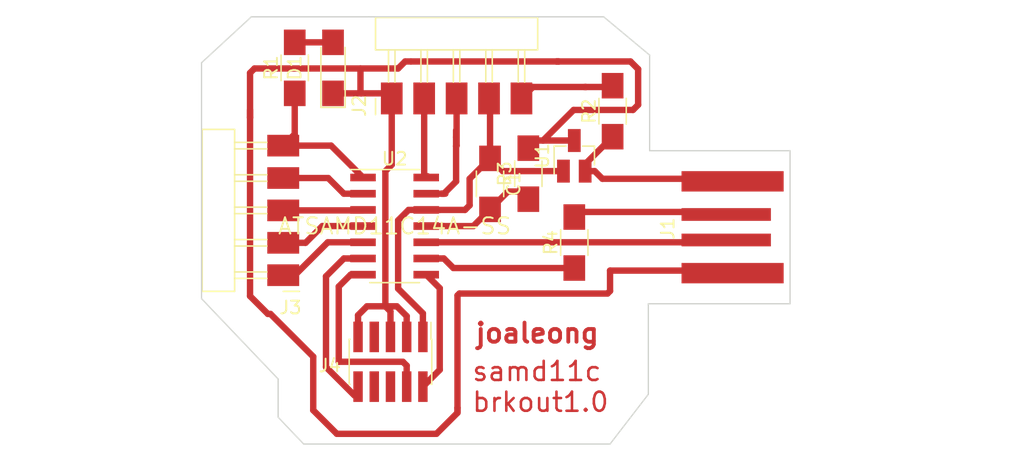
<source format=kicad_pcb>
(kicad_pcb (version 20171130) (host pcbnew "(5.1.10-1-10_14)")

  (general
    (thickness 1.6)
    (drawings 19)
    (tracks 127)
    (zones 0)
    (modules 12)
    (nets 20)
  )

  (page A4)
  (layers
    (0 F.Cu signal)
    (31 B.Cu signal)
    (32 B.Adhes user)
    (33 F.Adhes user)
    (34 B.Paste user)
    (35 F.Paste user)
    (36 B.SilkS user)
    (37 F.SilkS user)
    (38 B.Mask user)
    (39 F.Mask user)
    (40 Dwgs.User user)
    (41 Cmts.User user)
    (42 Eco1.User user)
    (43 Eco2.User user)
    (44 Edge.Cuts user)
    (45 Margin user)
    (46 B.CrtYd user)
    (47 F.CrtYd user)
    (48 B.Fab user)
    (49 F.Fab user)
  )

  (setup
    (last_trace_width 0.5)
    (trace_clearance 0.5)
    (zone_clearance 0.508)
    (zone_45_only no)
    (trace_min 0.2)
    (via_size 0.8)
    (via_drill 0.4)
    (via_min_size 0.4)
    (via_min_drill 0.3)
    (uvia_size 0.3)
    (uvia_drill 0.1)
    (uvias_allowed no)
    (uvia_min_size 0.2)
    (uvia_min_drill 0.1)
    (edge_width 0.1)
    (segment_width 0.2)
    (pcb_text_width 0.3)
    (pcb_text_size 1.5 1.5)
    (mod_edge_width 0.15)
    (mod_text_size 1 1)
    (mod_text_width 0.15)
    (pad_size 2.5 1.7)
    (pad_drill 0)
    (pad_to_mask_clearance 0)
    (aux_axis_origin 0 0)
    (visible_elements FFFFFF7F)
    (pcbplotparams
      (layerselection 0x010fc_ffffffff)
      (usegerberextensions false)
      (usegerberattributes true)
      (usegerberadvancedattributes true)
      (creategerberjobfile true)
      (excludeedgelayer true)
      (linewidth 0.100000)
      (plotframeref false)
      (viasonmask false)
      (mode 1)
      (useauxorigin false)
      (hpglpennumber 1)
      (hpglpenspeed 20)
      (hpglpendiameter 15.000000)
      (psnegative false)
      (psa4output false)
      (plotreference true)
      (plotvalue true)
      (plotinvisibletext false)
      (padsonsilk false)
      (subtractmaskfromsilk false)
      (outputformat 1)
      (mirror false)
      (drillshape 1)
      (scaleselection 1)
      (outputdirectory ""))
  )

  (net 0 "")
  (net 1 "Net-(C1-Pad1)")
  (net 2 GND)
  (net 3 "Net-(D1-Pad2)")
  (net 4 /D+)
  (net 5 /D-)
  (net 6 "Net-(J1-Pad1)")
  (net 7 "Net-(J3-Pad5)")
  (net 8 "Net-(J3-Pad4)")
  (net 9 "Net-(J3-Pad3)")
  (net 10 "Net-(J3-Pad2)")
  (net 11 "Net-(J3-Pad1)")
  (net 12 /RST)
  (net 13 "Net-(J4-Pad8)")
  (net 14 "Net-(J4-Pad7)")
  (net 15 "Net-(J4-Pad6)")
  (net 16 /CLK)
  (net 17 /DIO)
  (net 18 /pa02)
  (net 19 /pa04)

  (net_class Default "This is the default net class."
    (clearance 0.5)
    (trace_width 0.5)
    (via_dia 0.8)
    (via_drill 0.4)
    (uvia_dia 0.3)
    (uvia_drill 0.1)
    (add_net /CLK)
    (add_net /D+)
    (add_net /D-)
    (add_net /DIO)
    (add_net /RST)
    (add_net /pa02)
    (add_net /pa04)
    (add_net GND)
    (add_net "Net-(C1-Pad1)")
    (add_net "Net-(D1-Pad2)")
    (add_net "Net-(J1-Pad1)")
    (add_net "Net-(J3-Pad1)")
    (add_net "Net-(J3-Pad2)")
    (add_net "Net-(J3-Pad3)")
    (add_net "Net-(J3-Pad4)")
    (add_net "Net-(J3-Pad5)")
    (add_net "Net-(J4-Pad6)")
    (add_net "Net-(J4-Pad7)")
    (add_net "Net-(J4-Pad8)")
  )

  (module fab:PinHeader_2x05_P1.27mm_Vertical_SMD (layer F.Cu) (tedit 60851B62) (tstamp 61886BD3)
    (at 109.8 89.55 270)
    (descr "surface-mounted straight pin header, 2x05, 1.27mm pitch, double rows")
    (tags "Surface mounted pin header SMD 2x05 1.27mm double row")
    (path /6186C6CA)
    (attr smd)
    (fp_text reference J4 (at 0.3 4.75 180) (layer F.SilkS)
      (effects (font (size 1 1) (thickness 0.15)))
    )
    (fp_text value Conn_PinHeader_2x05_P1.27mm_Vertical_SMD (at 6.4 13.2 180) (layer F.Fab)
      (effects (font (size 1 1) (thickness 0.15)))
    )
    (fp_line (start 1.705 3.175) (end -1.705 3.175) (layer F.Fab) (width 0.1))
    (fp_line (start -1.27 -3.175) (end 1.705 -3.175) (layer F.Fab) (width 0.1))
    (fp_line (start -1.705 3.175) (end -1.705 -2.74) (layer F.Fab) (width 0.1))
    (fp_line (start -1.705 -2.74) (end -1.27 -3.175) (layer F.Fab) (width 0.1))
    (fp_line (start 1.705 -3.175) (end 1.705 3.175) (layer F.Fab) (width 0.1))
    (fp_line (start -1.705 -2.74) (end -2.75 -2.74) (layer F.Fab) (width 0.1))
    (fp_line (start -2.75 -2.74) (end -2.75 -2.34) (layer F.Fab) (width 0.1))
    (fp_line (start -2.75 -2.34) (end -1.705 -2.34) (layer F.Fab) (width 0.1))
    (fp_line (start 1.705 -2.74) (end 2.75 -2.74) (layer F.Fab) (width 0.1))
    (fp_line (start 2.75 -2.74) (end 2.75 -2.34) (layer F.Fab) (width 0.1))
    (fp_line (start 2.75 -2.34) (end 1.705 -2.34) (layer F.Fab) (width 0.1))
    (fp_line (start -1.705 -1.47) (end -2.75 -1.47) (layer F.Fab) (width 0.1))
    (fp_line (start -2.75 -1.47) (end -2.75 -1.07) (layer F.Fab) (width 0.1))
    (fp_line (start -2.75 -1.07) (end -1.705 -1.07) (layer F.Fab) (width 0.1))
    (fp_line (start 1.705 -1.47) (end 2.75 -1.47) (layer F.Fab) (width 0.1))
    (fp_line (start 2.75 -1.47) (end 2.75 -1.07) (layer F.Fab) (width 0.1))
    (fp_line (start 2.75 -1.07) (end 1.705 -1.07) (layer F.Fab) (width 0.1))
    (fp_line (start -1.705 -0.2) (end -2.75 -0.2) (layer F.Fab) (width 0.1))
    (fp_line (start -2.75 -0.2) (end -2.75 0.2) (layer F.Fab) (width 0.1))
    (fp_line (start -2.75 0.2) (end -1.705 0.2) (layer F.Fab) (width 0.1))
    (fp_line (start 1.705 -0.2) (end 2.75 -0.2) (layer F.Fab) (width 0.1))
    (fp_line (start 2.75 -0.2) (end 2.75 0.2) (layer F.Fab) (width 0.1))
    (fp_line (start 2.75 0.2) (end 1.705 0.2) (layer F.Fab) (width 0.1))
    (fp_line (start -1.705 1.07) (end -2.75 1.07) (layer F.Fab) (width 0.1))
    (fp_line (start -2.75 1.07) (end -2.75 1.47) (layer F.Fab) (width 0.1))
    (fp_line (start -2.75 1.47) (end -1.705 1.47) (layer F.Fab) (width 0.1))
    (fp_line (start 1.705 1.07) (end 2.75 1.07) (layer F.Fab) (width 0.1))
    (fp_line (start 2.75 1.07) (end 2.75 1.47) (layer F.Fab) (width 0.1))
    (fp_line (start 2.75 1.47) (end 1.705 1.47) (layer F.Fab) (width 0.1))
    (fp_line (start -1.705 2.34) (end -2.75 2.34) (layer F.Fab) (width 0.1))
    (fp_line (start -2.75 2.34) (end -2.75 2.74) (layer F.Fab) (width 0.1))
    (fp_line (start -2.75 2.74) (end -1.705 2.74) (layer F.Fab) (width 0.1))
    (fp_line (start 1.705 2.34) (end 2.75 2.34) (layer F.Fab) (width 0.1))
    (fp_line (start 2.75 2.34) (end 2.75 2.74) (layer F.Fab) (width 0.1))
    (fp_line (start 2.75 2.74) (end 1.705 2.74) (layer F.Fab) (width 0.1))
    (fp_line (start -1.765 -3.235) (end 1.765 -3.235) (layer F.SilkS) (width 0.12))
    (fp_line (start -1.765 3.235) (end 1.765 3.235) (layer F.SilkS) (width 0.12))
    (fp_line (start -3.09 -3.17) (end -1.765 -3.17) (layer F.SilkS) (width 0.12))
    (fp_line (start -1.765 -3.235) (end -1.765 -3.17) (layer F.SilkS) (width 0.12))
    (fp_line (start 1.765 -3.235) (end 1.765 -3.17) (layer F.SilkS) (width 0.12))
    (fp_line (start -1.765 3.17) (end -1.765 3.235) (layer F.SilkS) (width 0.12))
    (fp_line (start 1.765 3.17) (end 1.765 3.235) (layer F.SilkS) (width 0.12))
    (fp_line (start -4.3 -3.7) (end -4.3 3.7) (layer F.CrtYd) (width 0.05))
    (fp_line (start -4.3 3.7) (end 4.3 3.7) (layer F.CrtYd) (width 0.05))
    (fp_line (start 4.3 3.7) (end 4.3 -3.7) (layer F.CrtYd) (width 0.05))
    (fp_line (start 4.3 -3.7) (end -4.3 -3.7) (layer F.CrtYd) (width 0.05))
    (fp_text user %R (at 0 0) (layer F.Fab)
      (effects (font (size 1 1) (thickness 0.15)))
    )
    (pad 10 smd rect (at 1.95 2.54 270) (size 2.4 0.74) (layers F.Cu F.Paste F.Mask)
      (net 12 /RST))
    (pad 9 smd rect (at -1.95 2.54 270) (size 2.4 0.74) (layers F.Cu F.Paste F.Mask)
      (net 2 GND))
    (pad 8 smd rect (at 1.95 1.27 270) (size 2.4 0.74) (layers F.Cu F.Paste F.Mask)
      (net 13 "Net-(J4-Pad8)"))
    (pad 7 smd rect (at -1.95 1.27 270) (size 2.4 0.74) (layers F.Cu F.Paste F.Mask)
      (net 14 "Net-(J4-Pad7)"))
    (pad 6 smd rect (at 1.95 0 270) (size 2.4 0.74) (layers F.Cu F.Paste F.Mask)
      (net 15 "Net-(J4-Pad6)"))
    (pad 5 smd rect (at -1.95 0 270) (size 2.4 0.74) (layers F.Cu F.Paste F.Mask)
      (net 2 GND))
    (pad 4 smd rect (at 1.95 -1.27 270) (size 2.4 0.74) (layers F.Cu F.Paste F.Mask)
      (net 16 /CLK))
    (pad 3 smd rect (at -1.95 -1.27 270) (size 2.4 0.74) (layers F.Cu F.Paste F.Mask)
      (net 2 GND))
    (pad 2 smd rect (at 1.95 -2.54 270) (size 2.4 0.74) (layers F.Cu F.Paste F.Mask)
      (net 17 /DIO))
    (pad 1 smd rect (at -1.95 -2.54 270) (size 2.4 0.74) (layers F.Cu F.Paste F.Mask)
      (net 1 "Net-(C1-Pad1)"))
    (model ${KISYS3DMOD}/Connector_PinHeader_1.27mm.3dshapes/PinHeader_2x05_P1.27mm_Vertical_SMD.wrl
      (at (xyz 0 0 0))
      (scale (xyz 1 1 1))
      (rotate (xyz 0 0 0))
    )
  )

  (module fab:PinHeader_1x05_P2.54mm_Horizontal_SMD (layer F.Cu) (tedit 61880B93) (tstamp 61885729)
    (at 109.9 68.9 90)
    (descr https://s3.amazonaws.com/catalogspreads-pdf/PAGE112-113%20.100%20MALE%20HDR.pdf)
    (tags "horizontal pin header SMD 2.54mm")
    (path /619FEBDA)
    (attr smd)
    (fp_text reference J2 (at -1.524 -2.54 270) (layer F.SilkS)
      (effects (font (size 1 1) (thickness 0.15)) (justify left))
    )
    (fp_text value Conn_01x05_Female (at 0 13.335 90) (layer F.Fab)
      (effects (font (size 1 1) (thickness 0.15)))
    )
    (fp_line (start -0.635 9.906) (end -0.635 10.414) (layer F.Fab) (width 0.1))
    (fp_line (start -0.635 7.366) (end -0.635 7.874) (layer F.Fab) (width 0.1))
    (fp_line (start -0.635 4.826) (end -0.635 5.334) (layer F.Fab) (width 0.1))
    (fp_line (start -0.635 2.286) (end -0.635 2.794) (layer F.Fab) (width 0.1))
    (fp_line (start -0.635 -0.254) (end -0.635 0.254) (layer F.Fab) (width 0.1))
    (fp_line (start 3.81 10.414) (end 1.27 10.414) (layer F.SilkS) (width 0.12))
    (fp_line (start 3.81 9.906) (end 1.27 9.906) (layer F.SilkS) (width 0.12))
    (fp_line (start 3.81 7.874) (end 1.27 7.874) (layer F.SilkS) (width 0.12))
    (fp_line (start 3.81 7.366) (end 1.27 7.366) (layer F.SilkS) (width 0.12))
    (fp_line (start 3.81 5.334) (end 1.27 5.334) (layer F.SilkS) (width 0.12))
    (fp_line (start 3.81 4.826) (end 1.27 4.826) (layer F.SilkS) (width 0.12))
    (fp_line (start 3.81 2.794) (end 1.27 2.794) (layer F.SilkS) (width 0.12))
    (fp_line (start 3.81 2.286) (end 1.27 2.286) (layer F.SilkS) (width 0.12))
    (fp_line (start 3.81 0.254) (end 1.27 0.254) (layer F.SilkS) (width 0.12))
    (fp_line (start 3.81 -0.254) (end 1.27 -0.254) (layer F.SilkS) (width 0.12))
    (fp_line (start 3.81 11.43) (end 3.81 -1.27) (layer F.SilkS) (width 0.12))
    (fp_line (start 6.35 11.43) (end 3.81 11.43) (layer F.SilkS) (width 0.12))
    (fp_line (start 6.35 -1.27) (end 6.35 11.43) (layer F.SilkS) (width 0.12))
    (fp_line (start 3.81 -1.27) (end 6.35 -1.27) (layer F.SilkS) (width 0.12))
    (fp_line (start 3.81 10.16) (end -0.635 10.16) (layer F.Fab) (width 0.1))
    (fp_line (start 3.81 7.62) (end -0.635 7.62) (layer F.Fab) (width 0.1))
    (fp_line (start 3.81 5.08) (end -0.635 5.08) (layer F.Fab) (width 0.1))
    (fp_line (start 3.81 2.54) (end -0.635 2.54) (layer F.Fab) (width 0.1))
    (fp_line (start 3.81 0) (end -0.635 0) (layer F.Fab) (width 0.1))
    (fp_line (start 6.34 -1.27) (end 6.35 11.43) (layer F.Fab) (width 0.1))
    (fp_line (start 3.8 11.43) (end 6.35 11.43) (layer F.Fab) (width 0.1))
    (fp_line (start 3.8 -1.27) (end 6.34 -1.27) (layer F.Fab) (width 0.1))
    (fp_line (start 3.81 11.43) (end 3.8 -1.27) (layer F.Fab) (width 0.1))
    (fp_line (start -1.27 -1.27) (end 0 -1.27) (layer F.SilkS) (width 0.12))
    (fp_line (start -1.8 -1.8) (end -1.8 12) (layer F.CrtYd) (width 0.05))
    (fp_line (start -1.8 12) (end 6.4 12) (layer F.CrtYd) (width 0.05))
    (fp_line (start 6.4 12) (end 6.4 -1.8) (layer F.CrtYd) (width 0.05))
    (fp_line (start 6.4 -1.8) (end -1.8 -1.8) (layer F.CrtYd) (width 0.05))
    (fp_text user %R (at 2.54 5.08) (layer F.Fab)
      (effects (font (size 1 1) (thickness 0.15)))
    )
    (pad 5-4V smd rect (at 0 10.16 90) (size 2.5 1.7) (layers F.Cu F.Paste F.Mask)
      (net 6 "Net-(J1-Pad1)"))
    (pad 4-3.3V smd rect (at 0 7.62 90) (size 2.5 1.7) (layers F.Cu F.Paste F.Mask)
      (net 1 "Net-(C1-Pad1)"))
    (pad 3 smd rect (at 0 5.08 90) (size 2.5 1.7) (layers F.Cu F.Paste F.Mask)
      (net 18 /pa02))
    (pad 2 smd rect (at 0 2.54 90) (size 2.5 1.7) (layers F.Cu F.Paste F.Mask)
      (net 19 /pa04))
    (pad 1 smd rect (at 0 0 90) (size 2.5 1.7) (layers F.Cu F.Paste F.Mask)
      (net 2 GND))
    (model ${FAB}/fab.3dshapes/Header_SMD_01x05_P2.54mm_Horizontal_Male.step
      (at (xyz 0 0 0))
      (scale (xyz 1 1 1))
      (rotate (xyz 0 0 0))
    )
  )

  (module fab:LED_1206 (layer F.Cu) (tedit 595FC724) (tstamp 6187697E)
    (at 105.3 66.5 90)
    (descr "LED SMD 1206, hand soldering")
    (tags "LED 1206")
    (path /618BCB77)
    (attr smd)
    (fp_text reference D1 (at 0 -3 90) (layer F.SilkS)
      (effects (font (size 1 1) (thickness 0.15)))
    )
    (fp_text value LED (at 0 1.9 90) (layer F.Fab)
      (effects (font (size 1 1) (thickness 0.15)))
    )
    (fp_line (start 3.25 1.1) (end -3.25 1.1) (layer F.CrtYd) (width 0.05))
    (fp_line (start 3.25 1.1) (end 3.25 -1.11) (layer F.CrtYd) (width 0.05))
    (fp_line (start -3.25 -1.11) (end -3.25 1.1) (layer F.CrtYd) (width 0.05))
    (fp_line (start -3.25 -1.11) (end 3.25 -1.11) (layer F.CrtYd) (width 0.05))
    (fp_line (start -3.1 -0.95) (end 1.6 -0.95) (layer F.SilkS) (width 0.12))
    (fp_line (start -3.1 0.95) (end 1.6 0.95) (layer F.SilkS) (width 0.12))
    (fp_line (start -1.6 -0.8) (end 1.6 -0.8) (layer F.Fab) (width 0.1))
    (fp_line (start 1.6 -0.8) (end 1.6 0.8) (layer F.Fab) (width 0.1))
    (fp_line (start 1.6 0.8) (end -1.6 0.8) (layer F.Fab) (width 0.1))
    (fp_line (start -1.6 0.8) (end -1.6 -0.8) (layer F.Fab) (width 0.1))
    (fp_line (start -0.45 -0.4) (end -0.45 0.4) (layer F.Fab) (width 0.1))
    (fp_line (start 0.2 0.4) (end -0.4 0) (layer F.Fab) (width 0.1))
    (fp_line (start 0.2 -0.4) (end 0.2 0.4) (layer F.Fab) (width 0.1))
    (fp_line (start -0.4 0) (end 0.2 -0.4) (layer F.Fab) (width 0.1))
    (fp_line (start -3.1 -0.95) (end -3.1 0.95) (layer F.SilkS) (width 0.12))
    (pad 1 smd rect (at -2 0 90) (size 2 1.7) (layers F.Cu F.Paste F.Mask)
      (net 2 GND))
    (pad 2 smd rect (at 2 0 90) (size 2 1.7) (layers F.Cu F.Paste F.Mask)
      (net 3 "Net-(D1-Pad2)"))
    (model ${KISYS3DMOD}/LEDs.3dshapes/LED_1206.wrl
      (at (xyz 0 0 0))
      (scale (xyz 1 1 1))
      (rotate (xyz 0 0 180))
    )
  )

  (module fab:R_1206 (layer F.Cu) (tedit 60020482) (tstamp 61882475)
    (at 124.2 80.2 90)
    (descr "Resistor SMD 1206, hand soldering")
    (tags "resistor 1206")
    (path /619A4915)
    (attr smd)
    (fp_text reference R4 (at 0 -1.85 90) (layer F.SilkS)
      (effects (font (size 1 1) (thickness 0.15)))
    )
    (fp_text value JMP (at 0 1.9 90) (layer F.Fab)
      (effects (font (size 1 1) (thickness 0.15)))
    )
    (fp_line (start -1.6 0.8) (end -1.6 -0.8) (layer F.Fab) (width 0.1))
    (fp_line (start 1.6 0.8) (end -1.6 0.8) (layer F.Fab) (width 0.1))
    (fp_line (start 1.6 -0.8) (end 1.6 0.8) (layer F.Fab) (width 0.1))
    (fp_line (start -1.6 -0.8) (end 1.6 -0.8) (layer F.Fab) (width 0.1))
    (fp_line (start 1 1.07) (end -1 1.07) (layer F.SilkS) (width 0.12))
    (fp_line (start -1 -1.07) (end 1 -1.07) (layer F.SilkS) (width 0.12))
    (fp_line (start -3.25 -1.11) (end 3.25 -1.11) (layer F.CrtYd) (width 0.05))
    (fp_line (start -3.25 -1.11) (end -3.25 1.1) (layer F.CrtYd) (width 0.05))
    (fp_line (start 3.25 1.1) (end 3.25 -1.11) (layer F.CrtYd) (width 0.05))
    (fp_line (start 3.25 1.1) (end -3.25 1.1) (layer F.CrtYd) (width 0.05))
    (fp_text user %R (at 0 0 90) (layer F.Fab)
      (effects (font (size 0.7 0.7) (thickness 0.105)))
    )
    (pad 1 smd rect (at -2 0 90) (size 2 1.7) (layers F.Cu F.Paste F.Mask)
      (net 5 /D-))
    (pad 2 smd rect (at 2 0 90) (size 2 1.7) (layers F.Cu F.Paste F.Mask)
      (net 5 /D-))
    (model ${FAB}/fab.3dshapes/R_1206.step
      (at (xyz 0 0 0))
      (scale (xyz 1 1 1))
      (rotate (xyz 0 0 0))
    )
  )

  (module fab:R_1206 (layer F.Cu) (tedit 60020482) (tstamp 61882464)
    (at 120.6 74.8 90)
    (descr "Resistor SMD 1206, hand soldering")
    (tags "resistor 1206")
    (path /619A83A1)
    (attr smd)
    (fp_text reference R3 (at 0 -1.85 90) (layer F.SilkS)
      (effects (font (size 1 1) (thickness 0.15)))
    )
    (fp_text value JMP (at 0 1.9 90) (layer F.Fab)
      (effects (font (size 1 1) (thickness 0.15)))
    )
    (fp_line (start -1.6 0.8) (end -1.6 -0.8) (layer F.Fab) (width 0.1))
    (fp_line (start 1.6 0.8) (end -1.6 0.8) (layer F.Fab) (width 0.1))
    (fp_line (start 1.6 -0.8) (end 1.6 0.8) (layer F.Fab) (width 0.1))
    (fp_line (start -1.6 -0.8) (end 1.6 -0.8) (layer F.Fab) (width 0.1))
    (fp_line (start 1 1.07) (end -1 1.07) (layer F.SilkS) (width 0.12))
    (fp_line (start -1 -1.07) (end 1 -1.07) (layer F.SilkS) (width 0.12))
    (fp_line (start -3.25 -1.11) (end 3.25 -1.11) (layer F.CrtYd) (width 0.05))
    (fp_line (start -3.25 -1.11) (end -3.25 1.1) (layer F.CrtYd) (width 0.05))
    (fp_line (start 3.25 1.1) (end 3.25 -1.11) (layer F.CrtYd) (width 0.05))
    (fp_line (start 3.25 1.1) (end -3.25 1.1) (layer F.CrtYd) (width 0.05))
    (fp_text user %R (at 0 0 90) (layer F.Fab)
      (effects (font (size 0.7 0.7) (thickness 0.105)))
    )
    (pad 1 smd rect (at -2 0 90) (size 2 1.7) (layers F.Cu F.Paste F.Mask)
      (net 2 GND))
    (pad 2 smd rect (at 2 0 90) (size 2 1.7) (layers F.Cu F.Paste F.Mask)
      (net 2 GND))
    (model ${FAB}/fab.3dshapes/R_1206.step
      (at (xyz 0 0 0))
      (scale (xyz 1 1 1))
      (rotate (xyz 0 0 0))
    )
  )

  (module fab:SOIC-14_3.9x8.7mm_P1.27mm (layer F.Cu) (tedit 60030324) (tstamp 61876A79)
    (at 110.125 78.91)
    (descr "SOIC, 14 Pin, fab version")
    (tags "SOIC fab")
    (path /6184D943)
    (attr smd)
    (fp_text reference U2 (at 0 -5.28) (layer F.SilkS)
      (effects (font (size 1 1) (thickness 0.15)))
    )
    (fp_text value ATSAMD11C14A-SS (at 0 0) (layer F.SilkS)
      (effects (font (size 1.27 1.27) (thickness 0.15)))
    )
    (fp_line (start -1.95 -3.35) (end -0.975 -4.325) (layer F.Fab) (width 0.1))
    (fp_line (start -1.95 4.325) (end -1.95 -3.35) (layer F.Fab) (width 0.1))
    (fp_line (start 1.95 4.325) (end -1.95 4.325) (layer F.Fab) (width 0.1))
    (fp_line (start 1.95 -4.325) (end 1.95 4.325) (layer F.Fab) (width 0.1))
    (fp_line (start -0.975 -4.325) (end 1.95 -4.325) (layer F.Fab) (width 0.1))
    (fp_line (start 0 -4.435) (end -3.45 -4.435) (layer F.SilkS) (width 0.12))
    (fp_line (start 0 -4.435) (end 1.95 -4.435) (layer F.SilkS) (width 0.12))
    (fp_line (start 0 4.435) (end -1.95 4.435) (layer F.SilkS) (width 0.12))
    (fp_line (start 0 4.435) (end 1.95 4.435) (layer F.SilkS) (width 0.12))
    (fp_line (start -3.6 -4.5) (end 3.7 -4.5) (layer F.CrtYd) (width 0.05))
    (fp_line (start 3.7 -4.5) (end 3.7 4.5) (layer F.CrtYd) (width 0.05))
    (fp_line (start 3.7 4.5) (end -3.6 4.5) (layer F.CrtYd) (width 0.05))
    (fp_line (start -3.6 4.5) (end -3.6 -4.5) (layer F.CrtYd) (width 0.05))
    (pad 14 smd rect (at 2.475 -3.81) (size 2 0.6) (layers F.Cu F.Paste F.Mask)
      (net 19 /pa04))
    (pad 13 smd rect (at 2.475 -2.54) (size 2 0.6) (layers F.Cu F.Paste F.Mask)
      (net 18 /pa02))
    (pad 12 smd rect (at 2.475 -1.27) (size 2 0.6) (layers F.Cu F.Paste F.Mask)
      (net 1 "Net-(C1-Pad1)"))
    (pad 11 smd rect (at 2.475 0) (size 2 0.6) (layers F.Cu F.Paste F.Mask)
      (net 2 GND))
    (pad 10 smd rect (at 2.475 1.27) (size 2 0.6) (layers F.Cu F.Paste F.Mask)
      (net 4 /D+))
    (pad 9 smd rect (at 2.475 2.54) (size 2 0.6) (layers F.Cu F.Paste F.Mask)
      (net 5 /D-))
    (pad 8 smd rect (at 2.475 3.81) (size 2 0.6) (layers F.Cu F.Paste F.Mask)
      (net 17 /DIO))
    (pad 7 smd rect (at -2.475 3.81) (size 2 0.6) (layers F.Cu F.Paste F.Mask)
      (net 16 /CLK))
    (pad 6 smd rect (at -2.475 2.54) (size 2 0.6) (layers F.Cu F.Paste F.Mask)
      (net 12 /RST))
    (pad 5 smd rect (at -2.475 1.27) (size 2 0.6) (layers F.Cu F.Paste F.Mask)
      (net 11 "Net-(J3-Pad1)"))
    (pad 4 smd rect (at -2.475 0) (size 2 0.6) (layers F.Cu F.Paste F.Mask)
      (net 10 "Net-(J3-Pad2)"))
    (pad 3 smd rect (at -2.475 -1.27) (size 2 0.6) (layers F.Cu F.Paste F.Mask)
      (net 9 "Net-(J3-Pad3)"))
    (pad 2 smd rect (at -2.475 -2.54) (size 2 0.6) (layers F.Cu F.Paste F.Mask)
      (net 8 "Net-(J3-Pad4)"))
    (pad 1 smd rect (at -2.475 -3.81) (size 2 0.6) (layers F.Cu F.Paste F.Mask)
      (net 7 "Net-(J3-Pad5)"))
    (model ${FAB}/fab.3dshapes/SOIC-14_3.9x8.7mm_P1.27mm.step
      (at (xyz 0 0 0))
      (scale (xyz 1 1 1))
      (rotate (xyz 0 0 0))
    )
  )

  (module fab:R_1206 (layer F.Cu) (tedit 60020482) (tstamp 61881CF4)
    (at 127.2 69.9 90)
    (descr "Resistor SMD 1206, hand soldering")
    (tags "resistor 1206")
    (path /6199A643)
    (attr smd)
    (fp_text reference R2 (at 0 -1.85 90) (layer F.SilkS)
      (effects (font (size 1 1) (thickness 0.15)))
    )
    (fp_text value JMP (at 0 1.9 90) (layer F.Fab)
      (effects (font (size 1 1) (thickness 0.15)))
    )
    (fp_line (start -1.6 0.8) (end -1.6 -0.8) (layer F.Fab) (width 0.1))
    (fp_line (start 1.6 0.8) (end -1.6 0.8) (layer F.Fab) (width 0.1))
    (fp_line (start 1.6 -0.8) (end 1.6 0.8) (layer F.Fab) (width 0.1))
    (fp_line (start -1.6 -0.8) (end 1.6 -0.8) (layer F.Fab) (width 0.1))
    (fp_line (start 1 1.07) (end -1 1.07) (layer F.SilkS) (width 0.12))
    (fp_line (start -1 -1.07) (end 1 -1.07) (layer F.SilkS) (width 0.12))
    (fp_line (start -3.25 -1.11) (end 3.25 -1.11) (layer F.CrtYd) (width 0.05))
    (fp_line (start -3.25 -1.11) (end -3.25 1.1) (layer F.CrtYd) (width 0.05))
    (fp_line (start 3.25 1.1) (end 3.25 -1.11) (layer F.CrtYd) (width 0.05))
    (fp_line (start 3.25 1.1) (end -3.25 1.1) (layer F.CrtYd) (width 0.05))
    (fp_text user %R (at 0 0 90) (layer F.Fab)
      (effects (font (size 0.7 0.7) (thickness 0.105)))
    )
    (pad 1 smd rect (at -2 0 90) (size 2 1.7) (layers F.Cu F.Paste F.Mask)
      (net 6 "Net-(J1-Pad1)"))
    (pad 2 smd rect (at 2 0 90) (size 2 1.7) (layers F.Cu F.Paste F.Mask)
      (net 6 "Net-(J1-Pad1)"))
    (model ${FAB}/fab.3dshapes/R_1206.step
      (at (xyz 0 0 0))
      (scale (xyz 1 1 1))
      (rotate (xyz 0 0 0))
    )
  )

  (module fab:SOT-23 (layer F.Cu) (tedit 60A7B52C) (tstamp 6187F1F7)
    (at 124.2 73.4 90)
    (descr "SOT-23, Standard")
    (tags SOT-23)
    (path /6184F555)
    (attr smd)
    (fp_text reference U1 (at 0 -2.5 90) (layer F.SilkS)
      (effects (font (size 1 1) (thickness 0.15)))
    )
    (fp_text value Regulator_Linear_LM3480-3.3V-100mA (at 1.4 20.2 180) (layer F.Fab)
      (effects (font (size 1 1) (thickness 0.15)))
    )
    (fp_line (start -0.7 -0.95) (end -0.7 1.5) (layer F.Fab) (width 0.1))
    (fp_line (start -0.15 -1.52) (end 0.7 -1.52) (layer F.Fab) (width 0.1))
    (fp_line (start -0.7 -0.95) (end -0.15 -1.52) (layer F.Fab) (width 0.1))
    (fp_line (start 0.7 -1.52) (end 0.7 1.52) (layer F.Fab) (width 0.1))
    (fp_line (start -0.7 1.52) (end 0.7 1.52) (layer F.Fab) (width 0.1))
    (fp_line (start 0.76 1.58) (end 0.76 0.65) (layer F.SilkS) (width 0.12))
    (fp_line (start 0.76 -1.58) (end 0.76 -0.65) (layer F.SilkS) (width 0.12))
    (fp_line (start -2.2 -1.75) (end 2.2 -1.75) (layer F.CrtYd) (width 0.05))
    (fp_line (start 2.2 -1.75) (end 2.2 1.75) (layer F.CrtYd) (width 0.05))
    (fp_line (start 2.2 1.75) (end -2.2 1.75) (layer F.CrtYd) (width 0.05))
    (fp_line (start -2.2 1.75) (end -2.2 -1.75) (layer F.CrtYd) (width 0.05))
    (fp_line (start 0.76 -1.58) (end -1.4 -1.58) (layer F.SilkS) (width 0.12))
    (fp_line (start 0.76 1.58) (end -0.7 1.58) (layer F.SilkS) (width 0.12))
    (fp_text user %R (at 0 0) (layer F.Fab)
      (effects (font (size 0.5 0.5) (thickness 0.075)))
    )
    (pad 1 smd rect (at -1.2 -0.85 90) (size 1.8 1) (layers F.Cu F.Paste F.Mask)
      (net 1 "Net-(C1-Pad1)"))
    (pad 2 smd rect (at -1.2 0.85 90) (size 1.8 1) (layers F.Cu F.Paste F.Mask)
      (net 6 "Net-(J1-Pad1)"))
    (pad 3 smd rect (at 1.2 0 90) (size 1.8 1) (layers F.Cu F.Paste F.Mask)
      (net 2 GND))
    (model ${KISYS3DMOD}/TO_SOT_Packages_SMD.3dshapes/SOT-23.wrl
      (at (xyz 0 0 0))
      (scale (xyz 1 1 1))
      (rotate (xyz 0 0 0))
    )
  )

  (module usb_plug:USB_PLUG_TRACES (layer F.Cu) (tedit 6161FC20) (tstamp 61876989)
    (at 136.6 79 270)
    (path /6184C75D)
    (fp_text reference J1 (at 0.1 5.08 90) (layer F.SilkS)
      (effects (font (size 1 1) (thickness 0.15)))
    )
    (fp_text value USB_A (at 0.05 -6.35 90) (layer F.Fab)
      (effects (font (size 1 1) (thickness 0.15)))
    )
    (fp_line (start -6 -4.5) (end -6 6.5) (layer Cmts.User) (width 0.12))
    (fp_line (start 6 -4.5) (end 6 6.5) (layer Cmts.User) (width 0.12))
    (fp_line (start -6 -4.5) (end 6 -4.5) (layer Cmts.User) (width 0.12))
    (pad 3 smd rect (at 1 0.5 270) (size 1 7) (layers F.Cu F.Paste F.Mask)
      (net 4 /D+))
    (pad 2 smd rect (at -1 0.5 270) (size 1 7) (layers F.Cu F.Paste F.Mask)
      (net 5 /D-))
    (pad 4 smd rect (at 3.6 0 270) (size 1.6 8) (layers F.Cu F.Paste F.Mask)
      (net 2 GND))
    (pad 1 smd rect (at -3.6 0 270) (size 1.6 8) (layers F.Cu F.Paste F.Mask)
      (net 6 "Net-(J1-Pad1)"))
  )

  (module fab:R_1206 (layer F.Cu) (tedit 60020482) (tstamp 61876A44)
    (at 102.3 66.5 90)
    (descr "Resistor SMD 1206, hand soldering")
    (tags "resistor 1206")
    (path /618BC0C7)
    (attr smd)
    (fp_text reference R1 (at 0 -1.85 90) (layer F.SilkS)
      (effects (font (size 1 1) (thickness 0.15)))
    )
    (fp_text value 1KΩ (at 0 1.9 90) (layer F.Fab)
      (effects (font (size 1 1) (thickness 0.15)))
    )
    (fp_line (start -1.6 0.8) (end -1.6 -0.8) (layer F.Fab) (width 0.1))
    (fp_line (start 1.6 0.8) (end -1.6 0.8) (layer F.Fab) (width 0.1))
    (fp_line (start 1.6 -0.8) (end 1.6 0.8) (layer F.Fab) (width 0.1))
    (fp_line (start -1.6 -0.8) (end 1.6 -0.8) (layer F.Fab) (width 0.1))
    (fp_line (start 1 1.07) (end -1 1.07) (layer F.SilkS) (width 0.12))
    (fp_line (start -1 -1.07) (end 1 -1.07) (layer F.SilkS) (width 0.12))
    (fp_line (start -3.25 -1.11) (end 3.25 -1.11) (layer F.CrtYd) (width 0.05))
    (fp_line (start -3.25 -1.11) (end -3.25 1.1) (layer F.CrtYd) (width 0.05))
    (fp_line (start 3.25 1.1) (end 3.25 -1.11) (layer F.CrtYd) (width 0.05))
    (fp_line (start 3.25 1.1) (end -3.25 1.1) (layer F.CrtYd) (width 0.05))
    (fp_text user %R (at 0 0 90) (layer F.Fab)
      (effects (font (size 0.7 0.7) (thickness 0.105)))
    )
    (pad 1 smd rect (at -2 0 90) (size 2 1.7) (layers F.Cu F.Paste F.Mask)
      (net 7 "Net-(J3-Pad5)"))
    (pad 2 smd rect (at 2 0 90) (size 2 1.7) (layers F.Cu F.Paste F.Mask)
      (net 3 "Net-(D1-Pad2)"))
    (model ${FAB}/fab.3dshapes/R_1206.step
      (at (xyz 0 0 0))
      (scale (xyz 1 1 1))
      (rotate (xyz 0 0 0))
    )
  )

  (module fab:PinHeader_1x05_P2.54mm_Horizontal_SMD (layer F.Cu) (tedit 61880B7F) (tstamp 618769D0)
    (at 101.4 82.76 180)
    (descr https://s3.amazonaws.com/catalogspreads-pdf/PAGE112-113%20.100%20MALE%20HDR.pdf)
    (tags "horizontal pin header SMD 2.54mm")
    (path /618B7557)
    (attr smd)
    (fp_text reference J3 (at -1.524 -2.54 180) (layer F.SilkS)
      (effects (font (size 1 1) (thickness 0.15)) (justify right))
    )
    (fp_text value Conn_01x05_Female (at 14.3 0.26 180) (layer F.Fab)
      (effects (font (size 1 1) (thickness 0.15)))
    )
    (fp_line (start -0.635 9.906) (end -0.635 10.414) (layer F.Fab) (width 0.1))
    (fp_line (start -0.635 7.366) (end -0.635 7.874) (layer F.Fab) (width 0.1))
    (fp_line (start -0.635 4.826) (end -0.635 5.334) (layer F.Fab) (width 0.1))
    (fp_line (start -0.635 2.286) (end -0.635 2.794) (layer F.Fab) (width 0.1))
    (fp_line (start -0.635 -0.254) (end -0.635 0.254) (layer F.Fab) (width 0.1))
    (fp_line (start 3.81 10.414) (end 1.27 10.414) (layer F.SilkS) (width 0.12))
    (fp_line (start 3.81 9.906) (end 1.27 9.906) (layer F.SilkS) (width 0.12))
    (fp_line (start 3.81 7.874) (end 1.27 7.874) (layer F.SilkS) (width 0.12))
    (fp_line (start 3.81 7.366) (end 1.27 7.366) (layer F.SilkS) (width 0.12))
    (fp_line (start 3.81 5.334) (end 1.27 5.334) (layer F.SilkS) (width 0.12))
    (fp_line (start 3.81 4.826) (end 1.27 4.826) (layer F.SilkS) (width 0.12))
    (fp_line (start 3.81 2.794) (end 1.27 2.794) (layer F.SilkS) (width 0.12))
    (fp_line (start 3.81 2.286) (end 1.27 2.286) (layer F.SilkS) (width 0.12))
    (fp_line (start 3.81 0.254) (end 1.27 0.254) (layer F.SilkS) (width 0.12))
    (fp_line (start 3.81 -0.254) (end 1.27 -0.254) (layer F.SilkS) (width 0.12))
    (fp_line (start 3.81 11.43) (end 3.81 -1.27) (layer F.SilkS) (width 0.12))
    (fp_line (start 6.35 11.43) (end 3.81 11.43) (layer F.SilkS) (width 0.12))
    (fp_line (start 6.35 -1.27) (end 6.35 11.43) (layer F.SilkS) (width 0.12))
    (fp_line (start 3.81 -1.27) (end 6.35 -1.27) (layer F.SilkS) (width 0.12))
    (fp_line (start 3.81 10.16) (end -0.635 10.16) (layer F.Fab) (width 0.1))
    (fp_line (start 3.81 7.62) (end -0.635 7.62) (layer F.Fab) (width 0.1))
    (fp_line (start 3.81 5.08) (end -0.635 5.08) (layer F.Fab) (width 0.1))
    (fp_line (start 3.81 2.54) (end -0.635 2.54) (layer F.Fab) (width 0.1))
    (fp_line (start 3.81 0) (end -0.635 0) (layer F.Fab) (width 0.1))
    (fp_line (start 6.34 -1.27) (end 6.35 11.43) (layer F.Fab) (width 0.1))
    (fp_line (start 3.8 11.43) (end 6.35 11.43) (layer F.Fab) (width 0.1))
    (fp_line (start 3.8 -1.27) (end 6.34 -1.27) (layer F.Fab) (width 0.1))
    (fp_line (start 3.81 11.43) (end 3.8 -1.27) (layer F.Fab) (width 0.1))
    (fp_line (start -1.27 -1.27) (end 0 -1.27) (layer F.SilkS) (width 0.12))
    (fp_line (start -1.8 -1.8) (end -1.8 12) (layer F.CrtYd) (width 0.05))
    (fp_line (start -1.8 12) (end 6.4 12) (layer F.CrtYd) (width 0.05))
    (fp_line (start 6.4 12) (end 6.4 -1.8) (layer F.CrtYd) (width 0.05))
    (fp_line (start 6.4 -1.8) (end -1.8 -1.8) (layer F.CrtYd) (width 0.05))
    (fp_text user %R (at 5.2 4.76 90) (layer F.Fab)
      (effects (font (size 1 1) (thickness 0.15)))
    )
    (pad 5-pa05 smd rect (at 0 10.16 180) (size 2.5 1.7) (layers F.Cu F.Paste F.Mask)
      (net 7 "Net-(J3-Pad5)"))
    (pad 4-pa08 smd rect (at 0 7.62 180) (size 2.5 1.7) (layers F.Cu F.Paste F.Mask)
      (net 8 "Net-(J3-Pad4)"))
    (pad 3-pa09 smd rect (at 0 5.08 180) (size 2.5 1.7) (layers F.Cu F.Paste F.Mask)
      (net 9 "Net-(J3-Pad3)"))
    (pad 2-pa14 smd rect (at 0 2.54 180) (size 2.5 1.7) (layers F.Cu F.Paste F.Mask)
      (net 10 "Net-(J3-Pad2)"))
    (pad 1-pa15 smd rect (at 0 0 180) (size 2.5 1.7) (layers F.Cu F.Paste F.Mask)
      (net 11 "Net-(J3-Pad1)"))
    (model ${FAB}/fab.3dshapes/Header_SMD_01x05_P2.54mm_Horizontal_Male.step
      (at (xyz 0 0 0))
      (scale (xyz 1 1 1))
      (rotate (xyz 0 0 0))
    )
  )

  (module fab:C_1206 (layer F.Cu) (tedit 6002C54C) (tstamp 61876969)
    (at 117.6 75.6 270)
    (descr "Capacitor SMD 1206, hand soldering")
    (tags "capacitor 1206")
    (path /61851285)
    (attr smd)
    (fp_text reference C1 (at 0 -1.85 90) (layer F.SilkS)
      (effects (font (size 1 1) (thickness 0.15)))
    )
    (fp_text value 1uF (at 0 1.9 90) (layer F.Fab)
      (effects (font (size 1 1) (thickness 0.15)))
    )
    (fp_line (start -1.6 0.8) (end -1.6 -0.8) (layer F.Fab) (width 0.1))
    (fp_line (start 1.6 0.8) (end -1.6 0.8) (layer F.Fab) (width 0.1))
    (fp_line (start 1.6 -0.8) (end 1.6 0.8) (layer F.Fab) (width 0.1))
    (fp_line (start -1.6 -0.8) (end 1.6 -0.8) (layer F.Fab) (width 0.1))
    (fp_line (start 1 1.07) (end -1 1.07) (layer F.SilkS) (width 0.12))
    (fp_line (start -1 -1.07) (end 1 -1.07) (layer F.SilkS) (width 0.12))
    (fp_line (start -3.25 -1.11) (end 3.25 -1.11) (layer F.CrtYd) (width 0.05))
    (fp_line (start -3.25 -1.11) (end -3.25 1.1) (layer F.CrtYd) (width 0.05))
    (fp_line (start 3.25 1.1) (end 3.25 -1.11) (layer F.CrtYd) (width 0.05))
    (fp_line (start 3.25 1.1) (end -3.25 1.1) (layer F.CrtYd) (width 0.05))
    (fp_text user %R (at 0 0 90) (layer F.Fab)
      (effects (font (size 0.7 0.7) (thickness 0.105)))
    )
    (pad 1 smd rect (at -2 0 270) (size 2 1.7) (layers F.Cu F.Paste F.Mask)
      (net 1 "Net-(C1-Pad1)"))
    (pad 2 smd rect (at 2 0 270) (size 2 1.7) (layers F.Cu F.Paste F.Mask)
      (net 2 GND))
    (model ${FAB}/fab.3dshapes/C_1206.step
      (at (xyz 0 0 0))
      (scale (xyz 1 1 1))
      (rotate (xyz 0 0 0))
    )
  )

  (gr_line (start 101 90.9) (end 101 93.9) (layer Edge.Cuts) (width 0.1) (tstamp 6188123B))
  (gr_line (start 95 84.6) (end 101 90.9) (layer Edge.Cuts) (width 0.1))
  (gr_line (start 95 66.1) (end 95 84.6) (layer Edge.Cuts) (width 0.1))
  (gr_line (start 103 96) (end 101 93.9) (layer Edge.Cuts) (width 0.1))
  (gr_line (start 127 96) (end 103 96) (layer Edge.Cuts) (width 0.1))
  (gr_line (start 130 92.1) (end 127 96) (layer Edge.Cuts) (width 0.1))
  (gr_text joaleong (at 121.3 87.3) (layer F.Cu)
    (effects (font (size 1.5 1.5) (thickness 0.3)))
  )
  (gr_text "samd11c\nbrkout1.0" (at 116.1 91.5) (layer F.Cu)
    (effects (font (size 1.5 1.5) (thickness 0.2)) (justify left))
  )
  (gr_line (start 130.1 65.5) (end 126.5 62.5) (layer Edge.Cuts) (width 0.1) (tstamp 61880874))
  (gr_line (start 130.1 73) (end 130.1 65.5) (layer Edge.Cuts) (width 0.1))
  (gr_line (start 130.2 73) (end 130.1 73) (layer Edge.Cuts) (width 0.1))
  (gr_line (start 130 85) (end 130 85.1) (layer Edge.Cuts) (width 0.1) (tstamp 61880856))
  (gr_line (start 141.1 85) (end 130 85) (layer Edge.Cuts) (width 0.1))
  (gr_line (start 130 85.1) (end 130 92.1) (layer Edge.Cuts) (width 0.1))
  (gr_line (start 98.9 62.5) (end 95 66.1) (layer Edge.Cuts) (width 0.1) (tstamp 618806A3))
  (gr_line (start 108.1 62.5) (end 98.9 62.5) (layer Edge.Cuts) (width 0.1))
  (gr_line (start 108.1 62.5) (end 126.5 62.5) (layer Edge.Cuts) (width 0.1))
  (gr_line (start 141.1 73) (end 141.1 85) (layer Edge.Cuts) (width 0.1))
  (gr_line (start 130.2 73) (end 141.1 73) (layer Edge.Cuts) (width 0.1))

  (segment (start 111.219998 77.64) (end 110.400011 78.459987) (width 0.5) (layer F.Cu) (net 1))
  (segment (start 112.6 77.64) (end 111.219998 77.64) (width 0.5) (layer F.Cu) (net 1))
  (segment (start 117.6 73.6) (end 117.6 69.4) (width 0.5) (layer F.Cu) (net 1))
  (segment (start 115.999999 77.280001) (end 115.64 77.64) (width 0.5) (layer F.Cu) (net 1))
  (segment (start 115.64 77.64) (end 113.64 77.64) (width 0.5) (layer F.Cu) (net 1))
  (segment (start 115.999999 75.200001) (end 115.999999 77.280001) (width 0.5) (layer F.Cu) (net 1))
  (segment (start 113.64 77.64) (end 112.6 77.64) (width 0.5) (layer F.Cu) (net 1))
  (segment (start 117.6 73.6) (end 115.999999 75.200001) (width 0.5) (layer F.Cu) (net 1))
  (segment (start 118.6 74.6) (end 117.6 73.6) (width 0.5) (layer F.Cu) (net 1))
  (segment (start 123.35 74.6) (end 118.6 74.6) (width 0.5) (layer F.Cu) (net 1))
  (segment (start 112.34 85.755773) (end 112.34 87.6) (width 0.5) (layer F.Cu) (net 1))
  (segment (start 110.400011 78.459987) (end 110.400011 83.815784) (width 0.5) (layer F.Cu) (net 1))
  (segment (start 110.400011 83.815784) (end 112.34 85.755773) (width 0.5) (layer F.Cu) (net 1))
  (segment (start 112.6 78.91) (end 113.955774 78.91) (width 0.5) (layer F.Cu) (net 2))
  (segment (start 133.4 82.6) (end 133.6 82.4) (width 0.5) (layer F.Cu) (net 2))
  (segment (start 116.29 78.91) (end 117.6 77.6) (width 0.5) (layer F.Cu) (net 2))
  (segment (start 112.6 78.91) (end 116.29 78.91) (width 0.5) (layer F.Cu) (net 2))
  (segment (start 119 76.2) (end 117.6 77.6) (width 0.5) (layer F.Cu) (net 2))
  (segment (start 120.4 76.2) (end 119 76.2) (width 0.5) (layer F.Cu) (net 2))
  (segment (start 115.2 84.2) (end 115.050001 84.349999) (width 0.5) (layer F.Cu) (net 2))
  (segment (start 126.8 84.2) (end 115.2 84.2) (width 0.5) (layer F.Cu) (net 2))
  (segment (start 127 82.4) (end 127 84) (width 0.5) (layer F.Cu) (net 2))
  (segment (start 133.6 82.4) (end 127 82.4) (width 0.5) (layer F.Cu) (net 2))
  (segment (start 127 84) (end 126.8 84.2) (width 0.5) (layer F.Cu) (net 2))
  (segment (start 122.800001 65.999999) (end 122.990001 65.999999) (width 0.5) (layer F.Cu) (net 2))
  (segment (start 128.600002 66) (end 122.800001 65.999999) (width 0.5) (layer F.Cu) (net 2))
  (segment (start 129.2 66.599998) (end 128.600002 66) (width 0.5) (layer F.Cu) (net 2))
  (segment (start 121.75 72.2) (end 124.15 69.8) (width 0.5) (layer F.Cu) (net 2))
  (segment (start 129.2 69.400002) (end 129.2 66.599998) (width 0.5) (layer F.Cu) (net 2))
  (segment (start 128.800002 69.8) (end 129.2 69.400002) (width 0.5) (layer F.Cu) (net 2))
  (segment (start 124.15 69.8) (end 128.800002 69.8) (width 0.5) (layer F.Cu) (net 2))
  (segment (start 120.4 72.2) (end 121.75 72.2) (width 0.5) (layer F.Cu) (net 2))
  (segment (start 121.75 72.2) (end 124.2 72.2) (width 0.5) (layer F.Cu) (net 2))
  (segment (start 110.949999 65.999999) (end 111.400001 65.999999) (width 0.5) (layer F.Cu) (net 2))
  (segment (start 111.400001 65.999999) (end 122.999999 65.999999) (width 0.5) (layer F.Cu) (net 2))
  (segment (start 100.2 85.8) (end 98.8 84.4) (width 0.5) (layer F.Cu) (net 2))
  (segment (start 100.4 85.8) (end 100.2 85.8) (width 0.5) (layer F.Cu) (net 2))
  (segment (start 98.8 84.4) (end 98.8 70.4) (width 0.5) (layer F.Cu) (net 2))
  (segment (start 98.8 70.4) (end 98.8 69.8) (width 0.5) (layer F.Cu) (net 2))
  (segment (start 98.8 66.9) (end 99.149999 66.550001) (width 0.5) (layer F.Cu) (net 2))
  (segment (start 110.399997 66.550001) (end 110.949999 65.999999) (width 0.5) (layer F.Cu) (net 2))
  (segment (start 98.8 70.4) (end 98.8 66.9) (width 0.5) (layer F.Cu) (net 2))
  (segment (start 109.9 74.100002) (end 109.400001 74.600001) (width 0.5) (layer F.Cu) (net 2))
  (segment (start 109.9 68.9) (end 109.9 74.100002) (width 0.5) (layer F.Cu) (net 2))
  (segment (start 109.5 68.5) (end 109.9 68.9) (width 0.5) (layer F.Cu) (net 2))
  (segment (start 107.449999 66.550001) (end 107.449999 68.449999) (width 0.5) (layer F.Cu) (net 2))
  (segment (start 99.149999 66.550001) (end 107.449999 66.550001) (width 0.5) (layer F.Cu) (net 2))
  (segment (start 107.449999 68.449999) (end 107.5 68.5) (width 0.5) (layer F.Cu) (net 2))
  (segment (start 107.5 68.5) (end 109.5 68.5) (width 0.5) (layer F.Cu) (net 2))
  (segment (start 105.3 68.5) (end 107.5 68.5) (width 0.5) (layer F.Cu) (net 2))
  (segment (start 107.449999 66.550001) (end 110.399997 66.550001) (width 0.5) (layer F.Cu) (net 2))
  (segment (start 109.400001 74.600001) (end 109.400001 85.199999) (width 0.5) (layer F.Cu) (net 2))
  (segment (start 103.74998 89.14998) (end 100.4 85.8) (width 0.5) (layer F.Cu) (net 2))
  (segment (start 103.74998 93.34998) (end 103.74998 89.14998) (width 0.5) (layer F.Cu) (net 2))
  (segment (start 105.6 95.2) (end 103.74998 93.34998) (width 0.5) (layer F.Cu) (net 2))
  (segment (start 115.050001 93.149999) (end 115.050001 93.549999) (width 0.5) (layer F.Cu) (net 2))
  (segment (start 115.050001 93.149999) (end 115.050001 93.450001) (width 0.5) (layer F.Cu) (net 2))
  (segment (start 115.050001 84.349999) (end 115.050001 93.149999) (width 0.5) (layer F.Cu) (net 2))
  (segment (start 115.050001 93.549999) (end 113.4 95.2) (width 0.5) (layer F.Cu) (net 2))
  (segment (start 113.4 95.2) (end 105.6 95.2) (width 0.5) (layer F.Cu) (net 2))
  (segment (start 107.26 87.6) (end 107.26 85.9) (width 0.5) (layer F.Cu) (net 2))
  (segment (start 111.07 85.97) (end 111.07 87.6) (width 0.5) (layer F.Cu) (net 2))
  (segment (start 110.299999 85.199999) (end 111.07 85.97) (width 0.5) (layer F.Cu) (net 2))
  (segment (start 109.400001 85.199999) (end 110.299999 85.199999) (width 0.5) (layer F.Cu) (net 2))
  (segment (start 107.960001 85.199999) (end 107.26 85.9) (width 0.5) (layer F.Cu) (net 2))
  (segment (start 109.400001 85.199999) (end 107.960001 85.199999) (width 0.5) (layer F.Cu) (net 2))
  (segment (start 109.8 85.599998) (end 109.8 87.6) (width 0.5) (layer F.Cu) (net 2))
  (segment (start 109.400001 85.199999) (end 109.8 85.599998) (width 0.5) (layer F.Cu) (net 2))
  (segment (start 105.3 64.5) (end 102.3 64.5) (width 0.5) (layer F.Cu) (net 3))
  (segment (start 132.72 80.18) (end 133.1 79.8) (width 0.5) (layer F.Cu) (net 4))
  (segment (start 112.6 80.18) (end 132.72 80.18) (width 0.5) (layer F.Cu) (net 4))
  (segment (start 133.1 77.8) (end 124.6 77.8) (width 0.5) (layer F.Cu) (net 5))
  (segment (start 113.980002 81.45) (end 112.6 81.45) (width 0.5) (layer F.Cu) (net 5))
  (segment (start 114.730002 82.2) (end 113.980002 81.45) (width 0.5) (layer F.Cu) (net 5))
  (segment (start 124.2 82.2) (end 114.730002 82.2) (width 0.5) (layer F.Cu) (net 5))
  (segment (start 126.4 75.2) (end 133.6 75.2) (width 0.5) (layer F.Cu) (net 6))
  (segment (start 125.8 74.6) (end 126.4 75.2) (width 0.5) (layer F.Cu) (net 6))
  (segment (start 125.05 74.6) (end 125.8 74.6) (width 0.5) (layer F.Cu) (net 6))
  (segment (start 125.05 74.6) (end 125.05 74.35) (width 0.5) (layer F.Cu) (net 6))
  (segment (start 120.96 68) (end 125.1 68) (width 0.5) (layer F.Cu) (net 6))
  (segment (start 120.06 68.9) (end 120.96 68) (width 0.5) (layer F.Cu) (net 6))
  (segment (start 125.1 68) (end 127.4 68) (width 0.5) (layer F.Cu) (net 6) (tstamp 61880524))
  (segment (start 125 68) (end 125.1 68) (width 0.5) (layer F.Cu) (net 6))
  (segment (start 125.05 74.05) (end 127.2 71.9) (width 0.5) (layer F.Cu) (net 6))
  (segment (start 125.05 74.6) (end 125.05 74.05) (width 0.5) (layer F.Cu) (net 6))
  (segment (start 102 72) (end 101.4 72.6) (width 0.5) (layer F.Cu) (net 7))
  (segment (start 105.15 72.6) (end 107.65 75.1) (width 0.5) (layer F.Cu) (net 7))
  (segment (start 101.4 72.6) (end 105.15 72.6) (width 0.5) (layer F.Cu) (net 7))
  (segment (start 102.3 71.7) (end 101.4 72.6) (width 0.5) (layer F.Cu) (net 7))
  (segment (start 102.3 68.9) (end 102.3 71.7) (width 0.5) (layer F.Cu) (net 7))
  (segment (start 107.63 76.39) (end 107.65 76.37) (width 0.5) (layer F.Cu) (net 8))
  (segment (start 104.92 75.14) (end 101.4 75.14) (width 0.5) (layer F.Cu) (net 8))
  (segment (start 106.15 76.37) (end 104.92 75.14) (width 0.5) (layer F.Cu) (net 8))
  (segment (start 107.65 76.37) (end 106.15 76.37) (width 0.5) (layer F.Cu) (net 8))
  (segment (start 107.61 77.68) (end 107.65 77.64) (width 0.5) (layer F.Cu) (net 9))
  (segment (start 101.4 77.68) (end 107.61 77.68) (width 0.5) (layer F.Cu) (net 9))
  (segment (start 103.15 80.22) (end 101.4 80.22) (width 0.5) (layer F.Cu) (net 10))
  (segment (start 104.46 78.91) (end 103.15 80.22) (width 0.5) (layer F.Cu) (net 10))
  (segment (start 107.65 78.91) (end 104.46 78.91) (width 0.5) (layer F.Cu) (net 10))
  (segment (start 104.890002 80.18) (end 102.310002 82.76) (width 0.5) (layer F.Cu) (net 11))
  (segment (start 102.310002 82.76) (end 101.4 82.76) (width 0.5) (layer F.Cu) (net 11))
  (segment (start 107.65 80.18) (end 104.890002 80.18) (width 0.5) (layer F.Cu) (net 11))
  (segment (start 106.15 81.45) (end 107.65 81.45) (width 0.5) (layer F.Cu) (net 12))
  (segment (start 104.74999 82.85001) (end 106.15 81.45) (width 0.5) (layer F.Cu) (net 12))
  (segment (start 104.74999 89.964217) (end 104.74999 82.85001) (width 0.5) (layer F.Cu) (net 12))
  (segment (start 104.74999 89.964217) (end 106.985773 92.2) (width 0.5) (layer F.Cu) (net 12))
  (segment (start 111.07 91.5) (end 111.07 89.849998) (width 0.5) (layer F.Cu) (net 16))
  (segment (start 107.65 82.72) (end 106.68 82.72) (width 0.5) (layer F.Cu) (net 16))
  (segment (start 105.75 83.65) (end 106.68 82.72) (width 0.5) (layer F.Cu) (net 16))
  (segment (start 105.75 89.55) (end 105.75 83.65) (width 0.5) (layer F.Cu) (net 16))
  (segment (start 111.07 89.849998) (end 110.770002 89.55) (width 0.5) (layer F.Cu) (net 16))
  (segment (start 110.770002 89.55) (end 105.75 89.55) (width 0.5) (layer F.Cu) (net 16))
  (segment (start 112.6 82.72) (end 113.660001 83.780001) (width 0.5) (layer F.Cu) (net 17))
  (segment (start 113.660001 83.780001) (end 113.660001 90.179999) (width 0.5) (layer F.Cu) (net 17))
  (segment (start 113.660001 90.179999) (end 112.34 91.5) (width 0.5) (layer F.Cu) (net 17))
  (segment (start 113.980002 76.37) (end 114.94 75.410002) (width 0.5) (layer F.Cu) (net 18))
  (segment (start 113.83 76.37) (end 113.980002 76.37) (width 0.5) (layer F.Cu) (net 18))
  (segment (start 114.1 76.37) (end 113.83 76.37) (width 0.5) (layer F.Cu) (net 18))
  (segment (start 113.83 76.37) (end 112.6 76.37) (width 0.5) (layer F.Cu) (net 18))
  (segment (start 114.94 71.94) (end 114.94 71.4) (width 0.5) (layer F.Cu) (net 18))
  (segment (start 114.98 68.9) (end 114.98 72.6) (width 0.5) (layer F.Cu) (net 18))
  (segment (start 114.94 72.64) (end 114.94 71.94) (width 0.5) (layer F.Cu) (net 18))
  (segment (start 114.98 72.6) (end 114.94 72.64) (width 0.5) (layer F.Cu) (net 18))
  (segment (start 114.94 75.410002) (end 114.94 72.64) (width 0.5) (layer F.Cu) (net 18))
  (segment (start 112.7 75) (end 112.6 75.1) (width 0.5) (layer F.Cu) (net 19))
  (segment (start 112.44 74.94) (end 112.6 75.1) (width 0.5) (layer F.Cu) (net 19))
  (segment (start 112.44 68.9) (end 112.44 74.94) (width 0.5) (layer F.Cu) (net 19))

)

</source>
